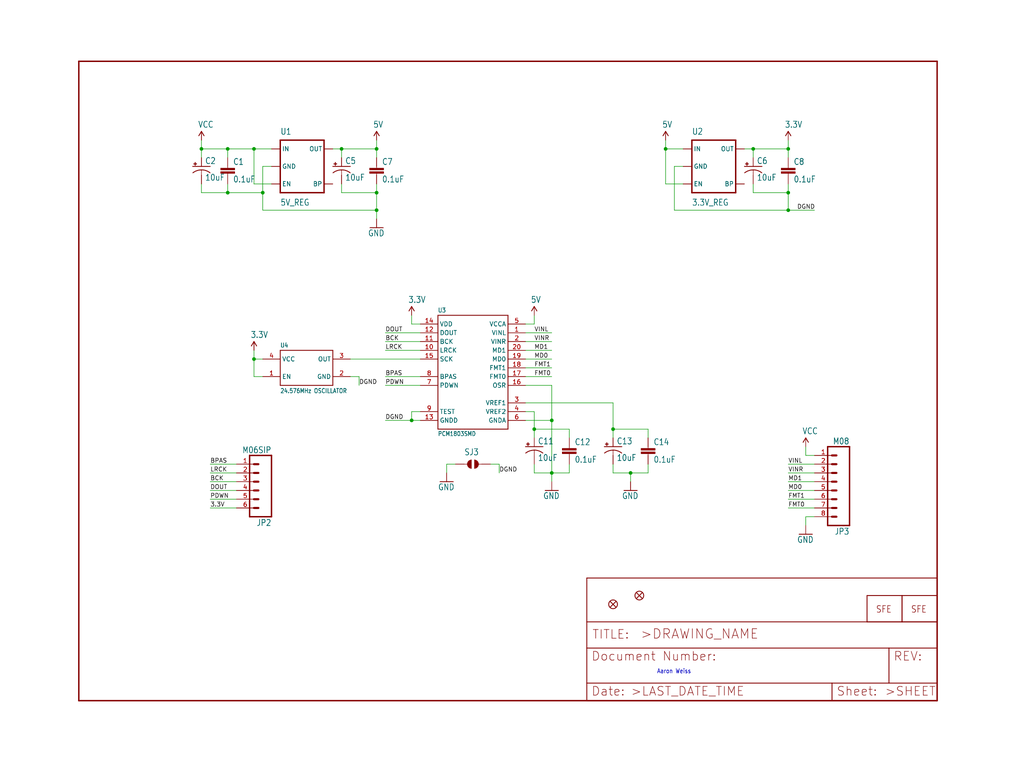
<source format=kicad_sch>
(kicad_sch (version 20211123) (generator eeschema)
  (paper "User" 297.002 223.926)
  (lib_symbols
    (symbol "eagleSchem-eagle-import:3.3V" (power)
      (property "Value" "3.3V" (at -1.016 3.556 0))
      (symbol "3.3V_1_0"
        (polyline (pts (xy 0 2.54) (xy -0.762 1.27)) (stroke (width 0.254)))
        (polyline (pts (xy 0.762 1.27) (xy 0 2.54)) (stroke (width 0.254)))
        (pin power_in line (at 0 0 90) (length 2.54) (name "3.3V") (number "1"))
      )
    )
    (symbol "eagleSchem-eagle-import:5V" (power)
      (property "Value" "5V" (at -1.016 3.556 0))
      (symbol "5V_1_0"
        (polyline (pts (xy 0 2.54) (xy -0.762 1.27)) (stroke (width 0.254)))
        (polyline (pts (xy 0.762 1.27) (xy 0 2.54)) (stroke (width 0.254)))
        (pin power_in line (at 0 0 90) (length 2.54) (name "5V") (number "1"))
      )
    )
    (symbol "eagleSchem-eagle-import:CAP0402-CAP"
      (property "Reference" "C" (at 1.524 2.921 0))
      (property "Value" "CAP0402-CAP" (at 1.524 -2.159 0))
      (symbol "CAP0402-CAP_1_0"
        (rectangle (start -2.032 0.508) (end 2.032 1.016) (fill (type outline)))
        (rectangle (start -2.032 1.524) (end 2.032 2.032) (fill (type outline)))
        (polyline (pts (xy 0 0) (xy 0 0.508)) (stroke (width 0.1524)))
        (polyline (pts (xy 0 2.54) (xy 0 2.032)) (stroke (width 0.1524)))
        (pin passive line (at 0 5.08 270) (length 2.54) (name "1") (number "1"))
        (pin passive line (at 0 -2.54 90) (length 2.54) (name "2") (number "2"))
      )
    )
    (symbol "eagleSchem-eagle-import:CAP_POL1206"
      (property "Reference" "C" (at 1.016 0.635 0))
      (property "Value" "CAP_POL1206" (at 1.016 -4.191 0))
      (symbol "CAP_POL1206_1_0"
        (rectangle (start -2.253 0.668) (end -1.364 0.795) (fill (type outline)))
        (rectangle (start -1.872 0.287) (end -1.745 1.176) (fill (type outline)))
        (arc (start 0 -1.0161) (mid -1.3021 -1.2302) (end -2.4669 -1.8504) (stroke (width 0.254)))
        (polyline (pts (xy -2.54 0) (xy 2.54 0)) (stroke (width 0.254)))
        (polyline (pts (xy 0 -1.016) (xy 0 -2.54)) (stroke (width 0.1524)))
        (arc (start 2.4892 -1.8542) (mid 1.3158 -1.2195) (end 0 -1) (stroke (width 0.254)))
        (pin passive line (at 0 2.54 270) (length 2.54) (name "+") (number "A"))
        (pin passive line (at 0 -5.08 90) (length 2.54) (name "-") (number "C"))
      )
    )
    (symbol "eagleSchem-eagle-import:FIDUCIAL1X2"
      (symbol "FIDUCIAL1X2_1_0"
        (polyline (pts (xy -0.762 0.762) (xy 0.762 -0.762)) (stroke (width 0.254)))
        (polyline (pts (xy 0.762 0.762) (xy -0.762 -0.762)) (stroke (width 0.254)))
        (circle (center 0 0) (radius 1.27) (stroke (width 0.254)))
      )
    )
    (symbol "eagleSchem-eagle-import:FRAME-LETTER"
      (symbol "FRAME-LETTER_1_0"
        (polyline (pts (xy 0 0) (xy 248.92 0)) (stroke (width 0.4064)))
        (polyline (pts (xy 0 185.42) (xy 0 0)) (stroke (width 0.4064)))
        (polyline (pts (xy 0 185.42) (xy 248.92 185.42)) (stroke (width 0.4064)))
        (polyline (pts (xy 248.92 185.42) (xy 248.92 0)) (stroke (width 0.4064)))
      )
      (symbol "FRAME-LETTER_2_0"
        (polyline (pts (xy 0 0) (xy 0 5.08)) (stroke (width 0.254)))
        (polyline (pts (xy 0 0) (xy 71.12 0)) (stroke (width 0.254)))
        (polyline (pts (xy 0 5.08) (xy 0 15.24)) (stroke (width 0.254)))
        (polyline (pts (xy 0 5.08) (xy 71.12 5.08)) (stroke (width 0.254)))
        (polyline (pts (xy 0 15.24) (xy 0 22.86)) (stroke (width 0.254)))
        (polyline (pts (xy 0 22.86) (xy 0 35.56)) (stroke (width 0.254)))
        (polyline (pts (xy 0 22.86) (xy 101.6 22.86)) (stroke (width 0.254)))
        (polyline (pts (xy 71.12 0) (xy 101.6 0)) (stroke (width 0.254)))
        (polyline (pts (xy 71.12 5.08) (xy 71.12 0)) (stroke (width 0.254)))
        (polyline (pts (xy 71.12 5.08) (xy 87.63 5.08)) (stroke (width 0.254)))
        (polyline (pts (xy 87.63 5.08) (xy 101.6 5.08)) (stroke (width 0.254)))
        (polyline (pts (xy 87.63 15.24) (xy 0 15.24)) (stroke (width 0.254)))
        (polyline (pts (xy 87.63 15.24) (xy 87.63 5.08)) (stroke (width 0.254)))
        (polyline (pts (xy 101.6 5.08) (xy 101.6 0)) (stroke (width 0.254)))
        (polyline (pts (xy 101.6 15.24) (xy 87.63 15.24)) (stroke (width 0.254)))
        (polyline (pts (xy 101.6 15.24) (xy 101.6 5.08)) (stroke (width 0.254)))
        (polyline (pts (xy 101.6 22.86) (xy 101.6 15.24)) (stroke (width 0.254)))
        (polyline (pts (xy 101.6 35.56) (xy 0 35.56)) (stroke (width 0.254)))
        (polyline (pts (xy 101.6 35.56) (xy 101.6 22.86)) (stroke (width 0.254)))
        (text ">DRAWING_NAME" (at 15.494 17.78 0) (effects (font (size 2.7432 2.7432)) (justify left bottom)))
        (text ">LAST_DATE_TIME" (at 12.7 1.27 0) (effects (font (size 2.54 2.54)) (justify left bottom)))
        (text ">SHEET" (at 86.36 1.27 0) (effects (font (size 2.54 2.54)) (justify left bottom)))
        (text "Date:" (at 1.27 1.27 0) (effects (font (size 2.54 2.54)) (justify left bottom)))
        (text "Document Number:" (at 1.27 11.43 0) (effects (font (size 2.54 2.54)) (justify left bottom)))
        (text "REV:" (at 88.9 11.43 0) (effects (font (size 2.54 2.54)) (justify left bottom)))
        (text "Sheet:" (at 72.39 1.27 0) (effects (font (size 2.54 2.54)) (justify left bottom)))
        (text "TITLE:" (at 1.524 17.78 0) (effects (font (size 2.54 2.54)) (justify left bottom)))
      )
    )
    (symbol "eagleSchem-eagle-import:GND" (power)
      (property "Value" "GND" (at -2.54 -2.54 0))
      (symbol "GND_1_0"
        (polyline (pts (xy -1.905 0) (xy 1.905 0)) (stroke (width 0.254)))
        (pin power_in line (at 0 2.54 270) (length 2.54) (name "GND") (number "1"))
      )
    )
    (symbol "eagleSchem-eagle-import:LOGO-SFENEW"
      (symbol "LOGO-SFENEW_1_0"
        (polyline (pts (xy -2.54 -2.54) (xy 7.62 -2.54)) (stroke (width 0.254)))
        (polyline (pts (xy -2.54 5.08) (xy -2.54 -2.54)) (stroke (width 0.254)))
        (polyline (pts (xy 7.62 -2.54) (xy 7.62 5.08)) (stroke (width 0.254)))
        (polyline (pts (xy 7.62 5.08) (xy -2.54 5.08)) (stroke (width 0.254)))
        (text "SFE" (at 0 0 0) (effects (font (size 1.9304 1.6408)) (justify left bottom)))
      )
    )
    (symbol "eagleSchem-eagle-import:LOGO-SFESK"
      (symbol "LOGO-SFESK_1_0"
        (polyline (pts (xy -2.54 -2.54) (xy 7.62 -2.54)) (stroke (width 0.254)))
        (polyline (pts (xy -2.54 5.08) (xy -2.54 -2.54)) (stroke (width 0.254)))
        (polyline (pts (xy 7.62 -2.54) (xy 7.62 5.08)) (stroke (width 0.254)))
        (polyline (pts (xy 7.62 5.08) (xy -2.54 5.08)) (stroke (width 0.254)))
        (text "SFE" (at 0 0 0) (effects (font (size 1.9304 1.6408)) (justify left bottom)))
      )
    )
    (symbol "eagleSchem-eagle-import:M06SIP"
      (property "Reference" "JP" (at -5.08 10.922 0))
      (property "Value" "M06SIP" (at -5.08 -10.16 0))
      (symbol "M06SIP_1_0"
        (polyline (pts (xy -5.08 10.16) (xy -5.08 -7.62)) (stroke (width 0.4064)))
        (polyline (pts (xy -5.08 10.16) (xy 1.27 10.16)) (stroke (width 0.4064)))
        (polyline (pts (xy -1.27 -5.08) (xy 0 -5.08)) (stroke (width 0.6096)))
        (polyline (pts (xy -1.27 -2.54) (xy 0 -2.54)) (stroke (width 0.6096)))
        (polyline (pts (xy -1.27 0) (xy 0 0)) (stroke (width 0.6096)))
        (polyline (pts (xy -1.27 2.54) (xy 0 2.54)) (stroke (width 0.6096)))
        (polyline (pts (xy -1.27 5.08) (xy 0 5.08)) (stroke (width 0.6096)))
        (polyline (pts (xy -1.27 7.62) (xy 0 7.62)) (stroke (width 0.6096)))
        (polyline (pts (xy 1.27 -7.62) (xy -5.08 -7.62)) (stroke (width 0.4064)))
        (polyline (pts (xy 1.27 -7.62) (xy 1.27 10.16)) (stroke (width 0.4064)))
        (pin passive line (at 5.08 -5.08 180) (length 5.08) (name "1") (number "1"))
        (pin passive line (at 5.08 -2.54 180) (length 5.08) (name "2") (number "2"))
        (pin passive line (at 5.08 0 180) (length 5.08) (name "3") (number "3"))
        (pin passive line (at 5.08 2.54 180) (length 5.08) (name "4") (number "4"))
        (pin passive line (at 5.08 5.08 180) (length 5.08) (name "5") (number "5"))
        (pin passive line (at 5.08 7.62 180) (length 5.08) (name "6") (number "6"))
      )
    )
    (symbol "eagleSchem-eagle-import:M08"
      (property "Reference" "JP" (at -5.08 13.462 0))
      (property "Value" "M08" (at -5.08 -12.7 0))
      (symbol "M08_1_0"
        (polyline (pts (xy -5.08 12.7) (xy -5.08 -10.16)) (stroke (width 0.4064)))
        (polyline (pts (xy -5.08 12.7) (xy 1.27 12.7)) (stroke (width 0.4064)))
        (polyline (pts (xy -1.27 -7.62) (xy 0 -7.62)) (stroke (width 0.6096)))
        (polyline (pts (xy -1.27 -5.08) (xy 0 -5.08)) (stroke (width 0.6096)))
        (polyline (pts (xy -1.27 -2.54) (xy 0 -2.54)) (stroke (width 0.6096)))
        (polyline (pts (xy -1.27 0) (xy 0 0)) (stroke (width 0.6096)))
        (polyline (pts (xy -1.27 2.54) (xy 0 2.54)) (stroke (width 0.6096)))
        (polyline (pts (xy -1.27 5.08) (xy 0 5.08)) (stroke (width 0.6096)))
        (polyline (pts (xy -1.27 7.62) (xy 0 7.62)) (stroke (width 0.6096)))
        (polyline (pts (xy -1.27 10.16) (xy 0 10.16)) (stroke (width 0.6096)))
        (polyline (pts (xy 1.27 -10.16) (xy -5.08 -10.16)) (stroke (width 0.4064)))
        (polyline (pts (xy 1.27 -10.16) (xy 1.27 12.7)) (stroke (width 0.4064)))
        (pin passive line (at 5.08 -7.62 180) (length 5.08) (name "1") (number "1"))
        (pin passive line (at 5.08 -5.08 180) (length 5.08) (name "2") (number "2"))
        (pin passive line (at 5.08 -2.54 180) (length 5.08) (name "3") (number "3"))
        (pin passive line (at 5.08 0 180) (length 5.08) (name "4") (number "4"))
        (pin passive line (at 5.08 2.54 180) (length 5.08) (name "5") (number "5"))
        (pin passive line (at 5.08 5.08 180) (length 5.08) (name "6") (number "6"))
        (pin passive line (at 5.08 7.62 180) (length 5.08) (name "7") (number "7"))
        (pin passive line (at 5.08 10.16 180) (length 5.08) (name "8") (number "8"))
      )
    )
    (symbol "eagleSchem-eagle-import:OSCILLATORSMD6"
      (property "Reference" "U" (at -7.62 5.842 0))
      (property "Value" "OSCILLATORSMD6" (at -7.62 -7.366 0))
      (symbol "OSCILLATORSMD6_1_0"
        (polyline (pts (xy -7.62 -5.08) (xy -7.62 5.08)) (stroke (width 0.254)))
        (polyline (pts (xy -7.62 5.08) (xy 7.62 5.08)) (stroke (width 0.254)))
        (polyline (pts (xy 7.62 -5.08) (xy -7.62 -5.08)) (stroke (width 0.254)))
        (polyline (pts (xy 7.62 5.08) (xy 7.62 -5.08)) (stroke (width 0.254)))
        (pin bidirectional line (at -12.7 -2.54 0) (length 5.08) (name "EN") (number "1"))
        (pin bidirectional line (at 12.7 -2.54 180) (length 5.08) (name "GND") (number "2"))
        (pin bidirectional line (at 12.7 2.54 180) (length 5.08) (name "OUT") (number "3"))
        (pin bidirectional line (at -12.7 2.54 0) (length 5.08) (name "VCC") (number "4"))
      )
    )
    (symbol "eagleSchem-eagle-import:PCM1803SMD"
      (property "Reference" "U" (at -10.16 13.462 0))
      (property "Value" "PCM1803SMD" (at -10.16 -22.352 0))
      (symbol "PCM1803SMD_1_0"
        (polyline (pts (xy -10.16 -20.32) (xy 10.16 -20.32)) (stroke (width 0.254)))
        (polyline (pts (xy -10.16 12.7) (xy -10.16 -20.32)) (stroke (width 0.254)))
        (polyline (pts (xy 10.16 -20.32) (xy 10.16 12.7)) (stroke (width 0.254)))
        (polyline (pts (xy 10.16 12.7) (xy -10.16 12.7)) (stroke (width 0.254)))
        (pin bidirectional line (at 15.24 7.62 180) (length 5.08) (name "VINL") (number "1"))
        (pin bidirectional line (at -15.24 2.54 0) (length 5.08) (name "LRCK") (number "10"))
        (pin bidirectional line (at -15.24 5.08 0) (length 5.08) (name "BCK") (number "11"))
        (pin bidirectional line (at -15.24 7.62 0) (length 5.08) (name "DOUT") (number "12"))
        (pin bidirectional line (at -15.24 -17.78 0) (length 5.08) (name "GNDD") (number "13"))
        (pin bidirectional line (at -15.24 10.16 0) (length 5.08) (name "VDD") (number "14"))
        (pin bidirectional line (at -15.24 0 0) (length 5.08) (name "SCK") (number "15"))
        (pin bidirectional line (at 15.24 -7.62 180) (length 5.08) (name "OSR") (number "16"))
        (pin bidirectional line (at 15.24 -5.08 180) (length 5.08) (name "FMT0") (number "17"))
        (pin bidirectional line (at 15.24 -2.54 180) (length 5.08) (name "FMT1") (number "18"))
        (pin bidirectional line (at 15.24 0 180) (length 5.08) (name "MD0") (number "19"))
        (pin bidirectional line (at 15.24 5.08 180) (length 5.08) (name "VINR") (number "2"))
        (pin bidirectional line (at 15.24 2.54 180) (length 5.08) (name "MD1") (number "20"))
        (pin bidirectional line (at 15.24 -12.7 180) (length 5.08) (name "VREF1") (number "3"))
        (pin bidirectional line (at 15.24 -15.24 180) (length 5.08) (name "VREF2") (number "4"))
        (pin bidirectional line (at 15.24 10.16 180) (length 5.08) (name "VCCA") (number "5"))
        (pin bidirectional line (at 15.24 -17.78 180) (length 5.08) (name "GNDA") (number "6"))
        (pin bidirectional line (at -15.24 -7.62 0) (length 5.08) (name "PDWN") (number "7"))
        (pin bidirectional line (at -15.24 -5.08 0) (length 5.08) (name "BPAS") (number "8"))
        (pin bidirectional line (at -15.24 -15.24 0) (length 5.08) (name "TEST") (number "9"))
      )
    )
    (symbol "eagleSchem-eagle-import:SOLDERJUMPERTRACE"
      (property "Reference" "SJ" (at -2.54 2.54 0))
      (symbol "SOLDERJUMPERTRACE_1_0"
        (arc (start -0.381 1.2699) (mid -1.6508 0) (end -0.381 -1.2699) (stroke (width 0.0001)) (fill (type outline)))
        (polyline (pts (xy -2.54 0) (xy -1.651 0)) (stroke (width 0.1524)))
        (polyline (pts (xy 2.54 0) (xy 1.651 0)) (stroke (width 0.1524)))
        (arc (start 0.381 -1.2699) (mid 1.6508 0) (end 0.381 1.2699) (stroke (width 0.0001)) (fill (type outline)))
        (pin passive line (at -5.08 0 0) (length 2.54) (name "1") (number "1"))
        (pin passive line (at 5.08 0 180) (length 2.54) (name "2") (number "2"))
      )
    )
    (symbol "eagleSchem-eagle-import:VCC" (power)
      (property "Value" "VCC" (at -1.016 3.556 0))
      (symbol "VCC_1_0"
        (polyline (pts (xy 0 2.54) (xy -0.762 1.27)) (stroke (width 0.254)))
        (polyline (pts (xy 0.762 1.27) (xy 0 2.54)) (stroke (width 0.254)))
        (pin power_in line (at 0 0 90) (length 2.54) (name "VCC") (number "1"))
      )
    )
    (symbol "eagleSchem-eagle-import:V_REG_LDOSMD"
      (property "Value" "V_REG_LDOSMD" (at -7.62 -11.43 0))
      (symbol "V_REG_LDOSMD_1_0"
        (polyline (pts (xy -7.62 -7.62) (xy 5.08 -7.62)) (stroke (width 0.4064)))
        (polyline (pts (xy -7.62 7.62) (xy -7.62 -7.62)) (stroke (width 0.4064)))
        (polyline (pts (xy 5.08 -7.62) (xy 5.08 7.62)) (stroke (width 0.4064)))
        (polyline (pts (xy 5.08 7.62) (xy -7.62 7.62)) (stroke (width 0.4064)))
        (pin input line (at -10.16 5.08 0) (length 2.54) (name "IN") (number "1"))
        (pin input line (at -10.16 0 0) (length 2.54) (name "GND") (number "2"))
        (pin input line (at -10.16 -5.08 0) (length 2.54) (name "EN") (number "3"))
        (pin input line (at 7.62 -5.08 180) (length 2.54) (name "BP") (number "4"))
        (pin passive line (at 7.62 5.08 180) (length 2.54) (name "OUT") (number "5"))
      )
    )
  )
  (junction (at 109.22 55.88))
  (junction (at 228.6 60.96))
  (junction (at 154.94 124.46))
  (junction (at 66.04 43.18))
  (junction (at 119.38 121.92))
  (junction (at 73.66 104.14))
  (junction (at 160.02 121.92))
  (junction (at 228.6 43.18))
  (junction (at 58.42 43.18))
  (junction (at 99.06 43.18))
  (junction (at 66.04 55.88))
  (junction (at 218.44 43.18))
  (junction (at 182.88 137.16))
  (junction (at 177.8 124.46))
  (junction (at 193.04 43.18))
  (junction (at 76.2 55.88))
  (junction (at 73.66 43.18))
  (junction (at 109.22 60.96))
  (junction (at 109.22 43.18))
  (junction (at 228.6 55.88))
  (junction (at 160.02 137.16))
  (wire (pts (xy 78.74 48.26) (xy 76.2 48.26)))
  (wire (pts (xy 129.54 134.62) (xy 129.54 137.16)))
  (wire (pts (xy 152.4 116.84) (xy 177.8 116.84)))
  (wire (pts (xy 73.66 43.18) (xy 66.04 43.18)))
  (wire (pts (xy 121.92 99.06) (xy 111.76 99.06)))
  (wire (pts (xy 78.74 43.18) (xy 73.66 43.18)))
  (wire (pts (xy 236.22 149.86) (xy 233.68 149.86)))
  (wire (pts (xy 177.8 124.46) (xy 177.8 127)))
  (wire (pts (xy 142.24 134.62) (xy 144.78 134.62)))
  (wire (pts (xy 154.94 137.16) (xy 160.02 137.16)))
  (wire (pts (xy 236.22 144.78) (xy 228.6 144.78)))
  (wire (pts (xy 109.22 43.18) (xy 109.22 40.64)))
  (wire (pts (xy 58.42 53.34) (xy 58.42 55.88)))
  (wire (pts (xy 73.66 53.34) (xy 78.74 53.34)))
  (wire (pts (xy 195.58 60.96) (xy 228.6 60.96)))
  (wire (pts (xy 96.52 43.18) (xy 99.06 43.18)))
  (wire (pts (xy 99.06 45.72) (xy 99.06 43.18)))
  (wire (pts (xy 109.22 55.88) (xy 109.22 53.34)))
  (wire (pts (xy 218.44 45.72) (xy 218.44 43.18)))
  (wire (pts (xy 195.58 48.26) (xy 195.58 60.96)))
  (wire (pts (xy 121.92 101.6) (xy 111.76 101.6)))
  (wire (pts (xy 68.58 139.7) (xy 60.96 139.7)))
  (wire (pts (xy 228.6 43.18) (xy 228.6 40.64)))
  (wire (pts (xy 68.58 137.16) (xy 60.96 137.16)))
  (wire (pts (xy 121.92 109.22) (xy 111.76 109.22)))
  (wire (pts (xy 104.14 109.22) (xy 104.14 111.76)))
  (wire (pts (xy 76.2 109.22) (xy 73.66 109.22)))
  (wire (pts (xy 182.88 137.16) (xy 182.88 139.7)))
  (wire (pts (xy 99.06 53.34) (xy 99.06 55.88)))
  (wire (pts (xy 152.4 121.92) (xy 160.02 121.92)))
  (wire (pts (xy 236.22 134.62) (xy 228.6 134.62)))
  (wire (pts (xy 73.66 109.22) (xy 73.66 104.14)))
  (wire (pts (xy 160.02 137.16) (xy 165.1 137.16)))
  (wire (pts (xy 152.4 101.6) (xy 160.02 101.6)))
  (wire (pts (xy 165.1 137.16) (xy 165.1 134.62)))
  (wire (pts (xy 66.04 43.18) (xy 58.42 43.18)))
  (wire (pts (xy 152.4 99.06) (xy 160.02 99.06)))
  (wire (pts (xy 154.94 124.46) (xy 165.1 124.46)))
  (wire (pts (xy 73.66 104.14) (xy 73.66 101.6)))
  (wire (pts (xy 218.44 43.18) (xy 228.6 43.18)))
  (wire (pts (xy 236.22 132.08) (xy 233.68 132.08)))
  (wire (pts (xy 215.9 43.18) (xy 218.44 43.18)))
  (wire (pts (xy 177.8 137.16) (xy 182.88 137.16)))
  (wire (pts (xy 187.96 124.46) (xy 187.96 127)))
  (wire (pts (xy 154.94 93.98) (xy 154.94 91.44)))
  (wire (pts (xy 236.22 137.16) (xy 228.6 137.16)))
  (wire (pts (xy 182.88 137.16) (xy 187.96 137.16)))
  (wire (pts (xy 154.94 134.62) (xy 154.94 137.16)))
  (wire (pts (xy 58.42 43.18) (xy 58.42 40.64)))
  (wire (pts (xy 236.22 147.32) (xy 228.6 147.32)))
  (wire (pts (xy 121.92 104.14) (xy 101.6 104.14)))
  (wire (pts (xy 228.6 43.18) (xy 228.6 45.72)))
  (wire (pts (xy 119.38 121.92) (xy 111.76 121.92)))
  (wire (pts (xy 152.4 93.98) (xy 154.94 93.98)))
  (wire (pts (xy 177.8 124.46) (xy 187.96 124.46)))
  (wire (pts (xy 66.04 55.88) (xy 76.2 55.88)))
  (wire (pts (xy 132.08 134.62) (xy 129.54 134.62)))
  (wire (pts (xy 165.1 124.46) (xy 165.1 127)))
  (wire (pts (xy 236.22 142.24) (xy 228.6 142.24)))
  (wire (pts (xy 228.6 60.96) (xy 236.22 60.96)))
  (wire (pts (xy 99.06 55.88) (xy 109.22 55.88)))
  (wire (pts (xy 68.58 147.32) (xy 60.96 147.32)))
  (wire (pts (xy 152.4 104.14) (xy 160.02 104.14)))
  (wire (pts (xy 121.92 121.92) (xy 119.38 121.92)))
  (wire (pts (xy 160.02 121.92) (xy 160.02 137.16)))
  (wire (pts (xy 154.94 124.46) (xy 154.94 127)))
  (wire (pts (xy 198.12 43.18) (xy 193.04 43.18)))
  (wire (pts (xy 76.2 104.14) (xy 73.66 104.14)))
  (wire (pts (xy 152.4 111.76) (xy 160.02 111.76)))
  (wire (pts (xy 228.6 60.96) (xy 228.6 55.88)))
  (wire (pts (xy 68.58 144.78) (xy 60.96 144.78)))
  (wire (pts (xy 218.44 53.34) (xy 218.44 55.88)))
  (wire (pts (xy 58.42 43.18) (xy 58.42 45.72)))
  (wire (pts (xy 121.92 111.76) (xy 111.76 111.76)))
  (wire (pts (xy 154.94 119.38) (xy 154.94 124.46)))
  (wire (pts (xy 66.04 55.88) (xy 66.04 53.34)))
  (wire (pts (xy 193.04 53.34) (xy 198.12 53.34)))
  (wire (pts (xy 160.02 111.76) (xy 160.02 121.92)))
  (wire (pts (xy 121.92 96.52) (xy 111.76 96.52)))
  (wire (pts (xy 228.6 55.88) (xy 228.6 53.34)))
  (wire (pts (xy 218.44 55.88) (xy 228.6 55.88)))
  (wire (pts (xy 193.04 43.18) (xy 193.04 40.64)))
  (wire (pts (xy 177.8 116.84) (xy 177.8 124.46)))
  (wire (pts (xy 73.66 43.18) (xy 73.66 53.34)))
  (wire (pts (xy 152.4 96.52) (xy 160.02 96.52)))
  (wire (pts (xy 144.78 134.62) (xy 144.78 137.16)))
  (wire (pts (xy 109.22 60.96) (xy 109.22 55.88)))
  (wire (pts (xy 76.2 60.96) (xy 109.22 60.96)))
  (wire (pts (xy 236.22 139.7) (xy 228.6 139.7)))
  (wire (pts (xy 152.4 109.22) (xy 160.02 109.22)))
  (wire (pts (xy 109.22 60.96) (xy 109.22 63.5)))
  (wire (pts (xy 152.4 106.68) (xy 160.02 106.68)))
  (wire (pts (xy 68.58 142.24) (xy 60.96 142.24)))
  (wire (pts (xy 177.8 134.62) (xy 177.8 137.16)))
  (wire (pts (xy 152.4 119.38) (xy 154.94 119.38)))
  (wire (pts (xy 193.04 43.18) (xy 193.04 53.34)))
  (wire (pts (xy 101.6 109.22) (xy 104.14 109.22)))
  (wire (pts (xy 160.02 137.16) (xy 160.02 139.7)))
  (wire (pts (xy 233.68 132.08) (xy 233.68 129.54)))
  (wire (pts (xy 119.38 93.98) (xy 119.38 91.44)))
  (wire (pts (xy 109.22 43.18) (xy 109.22 45.72)))
  (wire (pts (xy 119.38 119.38) (xy 119.38 121.92)))
  (wire (pts (xy 66.04 43.18) (xy 66.04 45.72)))
  (wire (pts (xy 68.58 134.62) (xy 60.96 134.62)))
  (wire (pts (xy 121.92 119.38) (xy 119.38 119.38)))
  (wire (pts (xy 198.12 48.26) (xy 195.58 48.26)))
  (wire (pts (xy 76.2 48.26) (xy 76.2 55.88)))
  (wire (pts (xy 99.06 43.18) (xy 109.22 43.18)))
  (wire (pts (xy 76.2 55.88) (xy 76.2 60.96)))
  (wire (pts (xy 187.96 137.16) (xy 187.96 134.62)))
  (wire (pts (xy 121.92 93.98) (xy 119.38 93.98)))
  (wire (pts (xy 58.42 55.88) (xy 66.04 55.88)))
  (wire (pts (xy 233.68 149.86) (xy 233.68 152.4)))
  (text "Aaron Weiss" (at 190.5 195.58 180) (effects (font (size 1.27 1.0795)) (justify left bottom)))
  (label "BCK" (at 111.76 99.06 0) (effects (font (size 1.2446 1.2446))))
  (label "VINR" (at 228.6 137.16 0) (effects (font (size 1.2446 1.2446))))
  (label "VINL" (at 228.6 134.62 0) (effects (font (size 1.2446 1.2446))))
  (label "BCK" (at 60.96 139.7 0) (effects (font (size 1.2446 1.2446))))
  (label "MD1" (at 228.6 139.7 0) (effects (font (size 1.2446 1.2446))))
  (label "DGND" (at 144.78 137.16 0) (effects (font (size 1.2446 1.2446))))
  (label "DGND" (at 231.14 60.96 0) (effects (font (size 1.2446 1.2446))))
  (label "DGND" (at 111.76 121.92 0) (effects (font (size 1.2446 1.2446))))
  (label "FMT0" (at 154.94 109.22 0) (effects (font (size 1.2446 1.2446))))
  (label "LRCK" (at 60.96 137.16 0) (effects (font (size 1.2446 1.2446))))
  (label "MD0" (at 154.94 104.14 0) (effects (font (size 1.2446 1.2446))))
  (label "FMT1" (at 228.6 144.78 0) (effects (font (size 1.2446 1.2446))))
  (label "LRCK" (at 111.76 101.6 0) (effects (font (size 1.2446 1.2446))))
  (label "BPAS" (at 60.96 134.62 0) (effects (font (size 1.2446 1.2446))))
  (label "FMT1" (at 154.94 106.68 0) (effects (font (size 1.2446 1.2446))))
  (label "DOUT" (at 60.96 142.24 0) (effects (font (size 1.2446 1.2446))))
  (label "VINR" (at 154.94 99.06 0) (effects (font (size 1.2446 1.2446))))
  (label "MD0" (at 228.6 142.24 0) (effects (font (size 1.2446 1.2446))))
  (label "PDWN" (at 60.96 144.78 0) (effects (font (size 1.2446 1.2446))))
  (label "PDWN" (at 111.76 111.76 0) (effects (font (size 1.2446 1.2446))))
  (label "VINL" (at 154.94 96.52 0) (effects (font (size 1.2446 1.2446))))
  (label "FMT0" (at 228.6 147.32 0) (effects (font (size 1.2446 1.2446))))
  (label "3.3V" (at 60.96 147.32 0) (effects (font (size 1.2446 1.2446))))
  (label "MD1" (at 154.94 101.6 0) (effects (font (size 1.2446 1.2446))))
  (label "DGND" (at 104.14 111.76 0) (effects (font (size 1.2446 1.2446))))
  (label "BPAS" (at 111.76 109.22 0) (effects (font (size 1.2446 1.2446))))
  (label "DOUT" (at 111.76 96.52 0) (effects (font (size 1.2446 1.2446))))
  (symbol (lib_id "eagleSchem-eagle-import:3.3V") (at 228.6 40.64 0) (unit 1)
    (property "Reference" "#P+1" (effects hide))
    (property "Value" "3.3V" (at 227.584 37.084 0) (effects (font (size 1.778 1.5113)) (justify left bottom)))
    (property "Footprint" "eagleSchem:" (effects hide))
  )
  (symbol (lib_id "eagleSchem-eagle-import:VCC") (at 58.42 40.64 0) (unit 1)
    (property "Reference" "#P+4" (effects hide))
    (property "Value" "VCC" (at 57.404 37.084 0) (effects (font (size 1.778 1.5113)) (justify left bottom)))
    (property "Footprint" "eagleSchem:" (effects hide))
  )
  (symbol (lib_id "eagleSchem-eagle-import:CAP_POL1206") (at 218.44 48.26 0) (unit 1)
    (property "Reference" "C6" (at 219.456 47.625 0) (effects (font (size 1.778 1.5113)) (justify left bottom)))
    (property "Value" "10uF" (at 219.456 52.451 0) (effects (font (size 1.778 1.5113)) (justify left bottom)))
    (property "Footprint" "eagleSchem:EIA3216" (effects hide))
  )
  (symbol (lib_id "eagleSchem-eagle-import:GND") (at 109.22 66.04 0) (unit 1)
    (property "Reference" "#GND2" (effects hide))
    (property "Value" "GND" (at 106.68 68.58 0) (effects (font (size 1.778 1.5113)) (justify left bottom)))
    (property "Footprint" "eagleSchem:" (effects hide))
  )
  (symbol (lib_id "eagleSchem-eagle-import:3.3V") (at 73.66 101.6 0) (unit 1)
    (property "Reference" "#P+3" (effects hide))
    (property "Value" "3.3V" (at 72.644 98.044 0) (effects (font (size 1.778 1.5113)) (justify left bottom)))
    (property "Footprint" "eagleSchem:" (effects hide))
  )
  (symbol (lib_id "eagleSchem-eagle-import:CAP0402-CAP") (at 228.6 50.8 0) (unit 1)
    (property "Reference" "C8" (at 230.124 47.879 0) (effects (font (size 1.778 1.5113)) (justify left bottom)))
    (property "Value" "0.1uF" (at 230.124 52.959 0) (effects (font (size 1.778 1.5113)) (justify left bottom)))
    (property "Footprint" "eagleSchem:0402-CAP" (effects hide))
  )
  (symbol (lib_id "eagleSchem-eagle-import:FRAME-LETTER") (at 22.86 203.2 0) (unit 1)
    (property "Reference" "#FRAME1" (effects hide))
    (property "Value" "FRAME-LETTER" (effects hide))
    (property "Footprint" "eagleSchem:" (effects hide))
  )
  (symbol (lib_id "eagleSchem-eagle-import:SOLDERJUMPERTRACE") (at 137.16 134.62 0) (unit 1)
    (property "Reference" "SJ3" (at 134.62 132.08 0) (effects (font (size 1.778 1.5113)) (justify left bottom)))
    (property "Value" "SOLDERJUMPERTRACE" (effects hide))
    (property "Footprint" "eagleSchem:SJ_2S-TRACE" (effects hide))
  )
  (symbol (lib_id "eagleSchem-eagle-import:FIDUCIAL1X2") (at 185.42 172.72 0) (unit 1)
    (property "Reference" "JP5" (effects hide))
    (property "Value" "FIDUCIAL1X2" (effects hide))
    (property "Footprint" "eagleSchem:FIDUCIAL-1X2" (effects hide))
  )
  (symbol (lib_id "eagleSchem-eagle-import:5V") (at 109.22 40.64 0) (unit 1)
    (property "Reference" "#U$1" (effects hide))
    (property "Value" "5V" (at 108.204 37.084 0) (effects (font (size 1.778 1.5113)) (justify left bottom)))
    (property "Footprint" "eagleSchem:" (effects hide))
  )
  (symbol (lib_id "eagleSchem-eagle-import:CAP0402-CAP") (at 109.22 50.8 0) (unit 1)
    (property "Reference" "C7" (at 110.744 47.879 0) (effects (font (size 1.778 1.5113)) (justify left bottom)))
    (property "Value" "0.1uF" (at 110.744 52.959 0) (effects (font (size 1.778 1.5113)) (justify left bottom)))
    (property "Footprint" "eagleSchem:0402-CAP" (effects hide))
  )
  (symbol (lib_id "eagleSchem-eagle-import:GND") (at 182.88 142.24 0) (unit 1)
    (property "Reference" "#GND4" (effects hide))
    (property "Value" "GND" (at 180.34 144.78 0) (effects (font (size 1.778 1.5113)) (justify left bottom)))
    (property "Footprint" "eagleSchem:" (effects hide))
  )
  (symbol (lib_id "eagleSchem-eagle-import:FRAME-LETTER") (at 170.18 203.2 0) (unit 2)
    (property "Reference" "#FRAME1" (effects hide))
    (property "Value" "FRAME-LETTER" (effects hide))
    (property "Footprint" "eagleSchem:" (effects hide))
  )
  (symbol (lib_id "eagleSchem-eagle-import:VCC") (at 233.68 129.54 0) (unit 1)
    (property "Reference" "#P+5" (effects hide))
    (property "Value" "VCC" (at 232.664 125.984 0) (effects (font (size 1.778 1.5113)) (justify left bottom)))
    (property "Footprint" "eagleSchem:" (effects hide))
  )
  (symbol (lib_id "eagleSchem-eagle-import:5V") (at 154.94 91.44 0) (unit 1)
    (property "Reference" "#U$2" (effects hide))
    (property "Value" "5V" (at 153.924 87.884 0) (effects (font (size 1.778 1.5113)) (justify left bottom)))
    (property "Footprint" "eagleSchem:" (effects hide))
  )
  (symbol (lib_id "eagleSchem-eagle-import:GND") (at 233.68 154.94 0) (unit 1)
    (property "Reference" "#GND1" (effects hide))
    (property "Value" "GND" (at 231.14 157.48 0) (effects (font (size 1.778 1.5113)) (justify left bottom)))
    (property "Footprint" "eagleSchem:" (effects hide))
  )
  (symbol (lib_id "eagleSchem-eagle-import:CAP_POL1206") (at 154.94 129.54 0) (unit 1)
    (property "Reference" "C11" (at 155.956 128.905 0) (effects (font (size 1.778 1.5113)) (justify left bottom)))
    (property "Value" "10uF" (at 155.956 133.731 0) (effects (font (size 1.778 1.5113)) (justify left bottom)))
    (property "Footprint" "eagleSchem:EIA3216" (effects hide))
  )
  (symbol (lib_id "eagleSchem-eagle-import:CAP0402-CAP") (at 187.96 132.08 0) (unit 1)
    (property "Reference" "C14" (at 189.484 129.159 0) (effects (font (size 1.778 1.5113)) (justify left bottom)))
    (property "Value" "0.1uF" (at 189.484 134.239 0) (effects (font (size 1.778 1.5113)) (justify left bottom)))
    (property "Footprint" "eagleSchem:0402-CAP" (effects hide))
  )
  (symbol (lib_id "eagleSchem-eagle-import:CAP_POL1206") (at 177.8 129.54 0) (unit 1)
    (property "Reference" "C13" (at 178.816 128.905 0) (effects (font (size 1.778 1.5113)) (justify left bottom)))
    (property "Value" "10uF" (at 178.816 133.731 0) (effects (font (size 1.778 1.5113)) (justify left bottom)))
    (property "Footprint" "eagleSchem:EIA3216" (effects hide))
  )
  (symbol (lib_id "eagleSchem-eagle-import:LOGO-SFENEW") (at 264.16 177.8 0) (unit 1)
    (property "Reference" "U$4" (effects hide))
    (property "Value" "LOGO-SFENEW" (effects hide))
    (property "Footprint" "eagleSchem:SFE-NEW-WEBLOGO" (effects hide))
  )
  (symbol (lib_id "eagleSchem-eagle-import:CAP0402-CAP") (at 165.1 132.08 0) (unit 1)
    (property "Reference" "C12" (at 166.624 129.159 0) (effects (font (size 1.778 1.5113)) (justify left bottom)))
    (property "Value" "0.1uF" (at 166.624 134.239 0) (effects (font (size 1.778 1.5113)) (justify left bottom)))
    (property "Footprint" "eagleSchem:0402-CAP" (effects hide))
  )
  (symbol (lib_id "eagleSchem-eagle-import:CAP_POL1206") (at 99.06 48.26 0) (unit 1)
    (property "Reference" "C5" (at 100.076 47.625 0) (effects (font (size 1.778 1.5113)) (justify left bottom)))
    (property "Value" "10uF" (at 100.076 52.451 0) (effects (font (size 1.778 1.5113)) (justify left bottom)))
    (property "Footprint" "eagleSchem:EIA3216" (effects hide))
  )
  (symbol (lib_id "eagleSchem-eagle-import:3.3V") (at 119.38 91.44 0) (unit 1)
    (property "Reference" "#P+2" (effects hide))
    (property "Value" "3.3V" (at 118.364 87.884 0) (effects (font (size 1.778 1.5113)) (justify left bottom)))
    (property "Footprint" "eagleSchem:" (effects hide))
  )
  (symbol (lib_id "eagleSchem-eagle-import:GND") (at 160.02 142.24 0) (unit 1)
    (property "Reference" "#GND3" (effects hide))
    (property "Value" "GND" (at 157.48 144.78 0) (effects (font (size 1.778 1.5113)) (justify left bottom)))
    (property "Footprint" "eagleSchem:" (effects hide))
  )
  (symbol (lib_id "eagleSchem-eagle-import:M08") (at 241.3 139.7 180) (unit 1)
    (property "Reference" "JP3" (at 246.38 153.162 0) (effects (font (size 1.778 1.5113)) (justify left bottom)))
    (property "Value" "M08" (at 246.38 127 0) (effects (font (size 1.778 1.5113)) (justify left bottom)))
    (property "Footprint" "eagleSchem:1X08" (effects hide))
  )
  (symbol (lib_id "eagleSchem-eagle-import:M06SIP") (at 73.66 139.7 180) (unit 1)
    (property "Reference" "JP2" (at 78.74 150.622 0) (effects (font (size 1.778 1.5113)) (justify left bottom)))
    (property "Value" "M06SIP" (at 78.74 129.54 0) (effects (font (size 1.778 1.5113)) (justify left bottom)))
    (property "Footprint" "eagleSchem:1X06" (effects hide))
  )
  (symbol (lib_id "eagleSchem-eagle-import:CAP0402-CAP") (at 66.04 50.8 0) (unit 1)
    (property "Reference" "C1" (at 67.564 47.879 0) (effects (font (size 1.778 1.5113)) (justify left bottom)))
    (property "Value" "0.1uF" (at 67.564 52.959 0) (effects (font (size 1.778 1.5113)) (justify left bottom)))
    (property "Footprint" "eagleSchem:0402-CAP" (effects hide))
  )
  (symbol (lib_id "eagleSchem-eagle-import:V_REG_LDOSMD") (at 88.9 48.26 0) (unit 1)
    (property "Reference" "U1" (at 81.28 39.116 0) (effects (font (size 1.778 1.5113)) (justify left bottom)))
    (property "Value" "5V_REG" (at 81.28 59.69 0) (effects (font (size 1.778 1.5113)) (justify left bottom)))
    (property "Footprint" "eagleSchem:SOT23-5" (effects hide))
  )
  (symbol (lib_id "eagleSchem-eagle-import:V_REG_LDOSMD") (at 208.28 48.26 0) (unit 1)
    (property "Reference" "U2" (at 200.66 39.116 0) (effects (font (size 1.778 1.5113)) (justify left bottom)))
    (property "Value" "3.3V_REG" (at 200.66 59.69 0) (effects (font (size 1.778 1.5113)) (justify left bottom)))
    (property "Footprint" "eagleSchem:SOT23-5" (effects hide))
  )
  (symbol (lib_id "eagleSchem-eagle-import:GND") (at 129.54 139.7 0) (unit 1)
    (property "Reference" "#GND6" (effects hide))
    (property "Value" "GND" (at 127 142.24 0) (effects (font (size 1.778 1.5113)) (justify left bottom)))
    (property "Footprint" "eagleSchem:" (effects hide))
  )
  (symbol (lib_id "eagleSchem-eagle-import:LOGO-SFESK") (at 254 177.8 0) (unit 1)
    (property "Reference" "JP1" (effects hide))
    (property "Value" "LOGO-SFESK" (effects hide))
    (property "Footprint" "eagleSchem:SFE-LOGO-FLAME" (effects hide))
  )
  (symbol (lib_id "eagleSchem-eagle-import:PCM1803SMD") (at 137.16 104.14 0) (unit 1)
    (property "Reference" "U3" (at 127 90.678 0) (effects (font (size 1.27 1.0795)) (justify left bottom)))
    (property "Value" "PCM1803SMD" (at 127 126.492 0) (effects (font (size 1.27 1.0795)) (justify left bottom)))
    (property "Footprint" "eagleSchem:SSOP20" (effects hide))
  )
  (symbol (lib_id "eagleSchem-eagle-import:FIDUCIAL1X2") (at 177.8 175.26 0) (unit 1)
    (property "Reference" "JP4" (effects hide))
    (property "Value" "FIDUCIAL1X2" (effects hide))
    (property "Footprint" "eagleSchem:FIDUCIAL-1X2" (effects hide))
  )
  (symbol (lib_id "eagleSchem-eagle-import:CAP_POL1206") (at 58.42 48.26 0) (unit 1)
    (property "Reference" "C2" (at 59.436 47.625 0) (effects (font (size 1.778 1.5113)) (justify left bottom)))
    (property "Value" "10uF" (at 59.436 52.451 0) (effects (font (size 1.778 1.5113)) (justify left bottom)))
    (property "Footprint" "eagleSchem:EIA3216" (effects hide))
  )
  (symbol (lib_id "eagleSchem-eagle-import:OSCILLATORSMD6") (at 88.9 106.68 0) (unit 1)
    (property "Reference" "U4" (at 81.28 100.838 0) (effects (font (size 1.27 1.0795)) (justify left bottom)))
    (property "Value" "24.576MHz OSCILLATOR" (at 81.28 114.046 0) (effects (font (size 1.27 1.0795)) (justify left bottom)))
    (property "Footprint" "eagleSchem:CRYSTAL-SMD-7.5X5.2-6PIN" (effects hide))
  )
  (symbol (lib_id "eagleSchem-eagle-import:5V") (at 193.04 40.64 0) (unit 1)
    (property "Reference" "#U$3" (effects hide))
    (property "Value" "5V" (at 192.024 37.084 0) (effects (font (size 1.778 1.5113)) (justify left bottom)))
    (property "Footprint" "eagleSchem:" (effects hide))
  )
)
</source>
